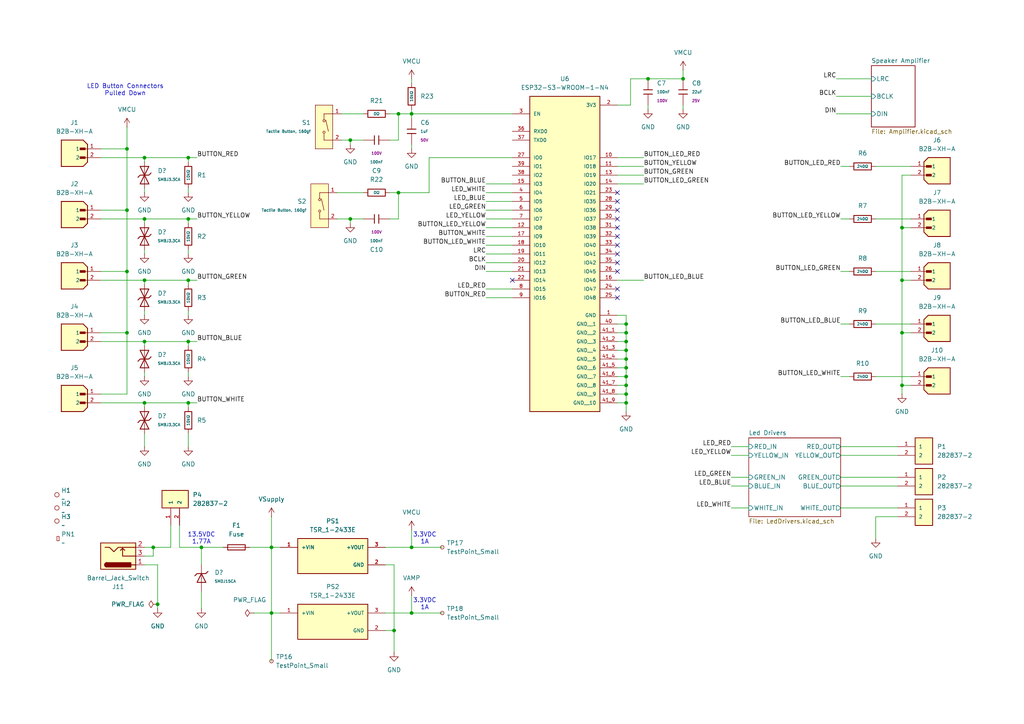
<source format=kicad_sch>
(kicad_sch (version 20250114) (generator "eeschema") (generator_version "9.0")
  (paper "A4")
  (text "3.3VDC\n1A" (at 123.19 156.21 0) (effects (font (size 1.27 1.27))))
  (text "13.5VDC\n1.77A" (at 58.42 156.21 0) (effects (font (size 1.27 1.27))))
  (text "3.3VDC\n1A" (at 123.19 175.26 0) (effects (font (size 1.27 1.27))))
  (text "LED Button Connectors\nPulled Down" (at 36.322 26.162 0) (effects (font (size 1.27 1.27))))
  (junction (at 41.91 116.84))
  (junction (at 36.83 96.52))
  (junction (at 198.12 22.86))
  (junction (at 101.6 40.64))
  (junction (at 261.62 81.28))
  (junction (at 36.83 78.74))
  (junction (at 54.61 116.84))
  (junction (at 181.61 96.52))
  (junction (at 181.61 99.06))
  (junction (at 54.61 81.28))
  (junction (at 41.91 45.72))
  (junction (at 41.91 63.5))
  (junction (at 44.45 158.75))
  (junction (at 181.61 101.6))
  (junction (at 36.83 43.18))
  (junction (at 181.61 109.22))
  (junction (at 261.62 66.04))
  (junction (at 119.38 33.02))
  (junction (at 45.72 175.26))
  (junction (at 41.91 81.28))
  (junction (at 78.74 177.8))
  (junction (at 36.83 60.96))
  (junction (at 119.38 177.8))
  (junction (at 119.38 158.75))
  (junction (at 41.91 99.06))
  (junction (at 54.61 63.5))
  (junction (at 115.57 33.02))
  (junction (at 101.6 63.5))
  (junction (at 78.74 158.75))
  (junction (at 261.62 96.52))
  (junction (at 54.61 99.06))
  (junction (at 181.61 111.76))
  (junction (at 181.61 93.98))
  (junction (at 115.57 55.88))
  (junction (at 181.61 116.84))
  (junction (at 187.96 22.86))
  (junction (at 181.61 114.3))
  (junction (at 58.42 158.75))
  (junction (at 181.61 104.14))
  (junction (at 261.62 111.76))
  (junction (at 181.61 106.68))
  (junction (at 114.3 182.88))
  (junction (at 54.61 45.72))
  (no_connect (at 179.07 86.36))
  (no_connect (at 179.07 55.88))
  (no_connect (at 179.07 76.2))
  (no_connect (at 179.07 78.74))
  (no_connect (at 179.07 66.04))
  (no_connect (at 179.07 83.82))
  (no_connect (at 179.07 68.58))
  (no_connect (at 179.07 58.42))
  (no_connect (at 179.07 71.12))
  (no_connect (at 179.07 73.66))
  (no_connect (at 148.59 81.28))
  (no_connect (at 179.07 63.5))
  (no_connect (at 179.07 60.96))
  (wire (pts (xy 179.07 106.68) (xy 181.61 106.68)))
  (wire (pts (xy 36.83 43.18) (xy 36.83 36.83)))
  (wire (pts (xy 181.61 116.84) (xy 181.61 119.38)))
  (wire (pts (xy 119.38 33.02) (xy 119.38 31.75)))
  (wire (pts (xy 29.21 63.5) (xy 41.91 63.5)))
  (wire (pts (xy 119.38 172.72) (xy 119.38 177.8)))
  (wire (pts (xy 101.6 40.64) (xy 105.41 40.64)))
  (wire (pts (xy 179.07 93.98) (xy 181.61 93.98)))
  (wire (pts (xy 261.62 66.04) (xy 261.62 50.8)))
  (wire (pts (xy 261.62 111.76) (xy 264.16 111.76)))
  (wire (pts (xy 115.57 33.02) (xy 119.38 33.02)))
  (wire (pts (xy 182.88 22.86) (xy 187.96 22.86)))
  (wire (pts (xy 212.09 138.43) (xy 217.17 138.43)))
  (wire (pts (xy 140.97 53.34) (xy 148.59 53.34)))
  (wire (pts (xy 254 149.86) (xy 254 156.21)))
  (wire (pts (xy 243.84 109.22) (xy 246.38 109.22)))
  (wire (pts (xy 148.59 55.88) (xy 140.97 55.88)))
  (wire (pts (xy 119.38 153.67) (xy 119.38 158.75)))
  (wire (pts (xy 181.61 99.06) (xy 181.61 101.6)))
  (wire (pts (xy 78.74 177.8) (xy 78.74 191.77)))
  (wire (pts (xy 41.91 116.84) (xy 54.61 116.84)))
  (wire (pts (xy 242.57 27.94) (xy 252.73 27.94)))
  (wire (pts (xy 49.53 158.75) (xy 49.53 152.4)))
  (wire (pts (xy 260.35 149.86) (xy 254 149.86)))
  (wire (pts (xy 181.61 104.14) (xy 181.61 106.68)))
  (wire (pts (xy 54.61 81.28) (xy 57.15 81.28)))
  (wire (pts (xy 97.79 63.5) (xy 101.6 63.5)))
  (wire (pts (xy 261.62 81.28) (xy 264.16 81.28)))
  (wire (pts (xy 140.97 60.96) (xy 148.59 60.96)))
  (wire (pts (xy 198.12 30.48) (xy 198.12 31.75)))
  (wire (pts (xy 254 48.26) (xy 264.16 48.26)))
  (wire (pts (xy 29.21 78.74) (xy 36.83 78.74)))
  (wire (pts (xy 181.61 96.52) (xy 181.61 99.06)))
  (wire (pts (xy 243.84 63.5) (xy 246.38 63.5)))
  (wire (pts (xy 181.61 114.3) (xy 181.61 116.84)))
  (wire (pts (xy 41.91 63.5) (xy 41.91 64.77)))
  (wire (pts (xy 45.72 175.26) (xy 45.72 176.53)))
  (wire (pts (xy 54.61 99.06) (xy 54.61 100.33)))
  (wire (pts (xy 41.91 45.72) (xy 41.91 46.99)))
  (wire (pts (xy 140.97 86.36) (xy 148.59 86.36)))
  (wire (pts (xy 111.76 158.75) (xy 119.38 158.75)))
  (wire (pts (xy 73.66 177.8) (xy 78.74 177.8)))
  (wire (pts (xy 140.97 63.5) (xy 148.59 63.5)))
  (wire (pts (xy 41.91 107.95) (xy 41.91 109.22)))
  (wire (pts (xy 261.62 81.28) (xy 261.62 96.52)))
  (wire (pts (xy 243.84 147.32) (xy 260.35 147.32)))
  (wire (pts (xy 41.91 90.17) (xy 41.91 91.44)))
  (wire (pts (xy 179.07 104.14) (xy 181.61 104.14)))
  (wire (pts (xy 52.07 158.75) (xy 58.42 158.75)))
  (wire (pts (xy 54.61 99.06) (xy 57.15 99.06)))
  (wire (pts (xy 140.97 78.74) (xy 148.59 78.74)))
  (wire (pts (xy 181.61 91.44) (xy 181.61 93.98)))
  (wire (pts (xy 99.06 33.02) (xy 105.41 33.02)))
  (wire (pts (xy 54.61 45.72) (xy 54.61 46.99)))
  (wire (pts (xy 212.09 132.08) (xy 217.17 132.08)))
  (wire (pts (xy 243.84 78.74) (xy 246.38 78.74)))
  (wire (pts (xy 78.74 177.8) (xy 81.28 177.8)))
  (wire (pts (xy 113.03 63.5) (xy 115.57 63.5)))
  (wire (pts (xy 29.21 116.84) (xy 41.91 116.84)))
  (wire (pts (xy 58.42 158.75) (xy 58.42 163.83)))
  (wire (pts (xy 29.21 81.28) (xy 41.91 81.28)))
  (wire (pts (xy 54.61 125.73) (xy 54.61 129.54)))
  (wire (pts (xy 54.61 72.39) (xy 54.61 73.66)))
  (wire (pts (xy 101.6 63.5) (xy 101.6 64.77)))
  (wire (pts (xy 243.84 140.97) (xy 260.35 140.97)))
  (wire (pts (xy 119.38 177.8) (xy 128.27 177.8)))
  (wire (pts (xy 198.12 20.32) (xy 198.12 22.86)))
  (wire (pts (xy 140.97 73.66) (xy 148.59 73.66)))
  (wire (pts (xy 179.07 116.84) (xy 181.61 116.84)))
  (wire (pts (xy 113.03 55.88) (xy 115.57 55.88)))
  (wire (pts (xy 54.61 90.17) (xy 54.61 91.44)))
  (wire (pts (xy 113.03 33.02) (xy 115.57 33.02)))
  (wire (pts (xy 44.45 158.75) (xy 49.53 158.75)))
  (wire (pts (xy 124.46 55.88) (xy 124.46 45.72)))
  (wire (pts (xy 243.84 93.98) (xy 246.38 93.98)))
  (wire (pts (xy 179.07 81.28) (xy 186.69 81.28)))
  (wire (pts (xy 254 109.22) (xy 264.16 109.22)))
  (wire (pts (xy 179.07 96.52) (xy 181.61 96.52)))
  (wire (pts (xy 36.83 78.74) (xy 36.83 96.52)))
  (wire (pts (xy 261.62 50.8) (xy 264.16 50.8)))
  (wire (pts (xy 179.07 48.26) (xy 186.69 48.26)))
  (wire (pts (xy 261.62 96.52) (xy 261.62 111.76)))
  (wire (pts (xy 261.62 114.3) (xy 261.62 111.76)))
  (wire (pts (xy 52.07 158.75) (xy 52.07 152.4)))
  (wire (pts (xy 243.84 48.26) (xy 246.38 48.26)))
  (wire (pts (xy 72.39 158.75) (xy 78.74 158.75)))
  (wire (pts (xy 179.07 91.44) (xy 181.61 91.44)))
  (wire (pts (xy 119.38 33.02) (xy 148.59 33.02)))
  (wire (pts (xy 181.61 111.76) (xy 181.61 114.3)))
  (wire (pts (xy 179.07 109.22) (xy 181.61 109.22)))
  (wire (pts (xy 181.61 101.6) (xy 181.61 104.14)))
  (wire (pts (xy 41.91 163.83) (xy 45.72 163.83)))
  (wire (pts (xy 179.07 114.3) (xy 181.61 114.3)))
  (wire (pts (xy 242.57 33.02) (xy 252.73 33.02)))
  (wire (pts (xy 179.07 53.34) (xy 186.69 53.34)))
  (wire (pts (xy 44.45 161.29) (xy 44.45 158.75)))
  (wire (pts (xy 78.74 158.75) (xy 81.28 158.75)))
  (wire (pts (xy 41.91 158.75) (xy 44.45 158.75)))
  (wire (pts (xy 54.61 63.5) (xy 57.15 63.5)))
  (wire (pts (xy 99.06 40.64) (xy 101.6 40.64)))
  (wire (pts (xy 54.61 45.72) (xy 57.15 45.72)))
  (wire (pts (xy 101.6 63.5) (xy 105.41 63.5)))
  (wire (pts (xy 119.38 22.86) (xy 119.38 24.13)))
  (wire (pts (xy 29.21 43.18) (xy 36.83 43.18)))
  (wire (pts (xy 29.21 45.72) (xy 41.91 45.72)))
  (wire (pts (xy 78.74 149.86) (xy 78.74 158.75)))
  (wire (pts (xy 41.91 81.28) (xy 41.91 82.55)))
  (wire (pts (xy 261.62 96.52) (xy 264.16 96.52)))
  (wire (pts (xy 182.88 22.86) (xy 182.88 30.48)))
  (wire (pts (xy 54.61 63.5) (xy 54.61 64.77)))
  (wire (pts (xy 119.38 41.91) (xy 119.38 43.18)))
  (wire (pts (xy 41.91 125.73) (xy 41.91 129.54)))
  (wire (pts (xy 36.83 43.18) (xy 36.83 60.96)))
  (wire (pts (xy 140.97 66.04) (xy 148.59 66.04)))
  (wire (pts (xy 58.42 171.45) (xy 58.42 176.53)))
  (wire (pts (xy 78.74 158.75) (xy 78.74 177.8)))
  (wire (pts (xy 261.62 81.28) (xy 261.62 66.04)))
  (wire (pts (xy 41.91 72.39) (xy 41.91 73.66)))
  (wire (pts (xy 114.3 163.83) (xy 111.76 163.83)))
  (wire (pts (xy 54.61 55.88) (xy 54.61 54.61)))
  (wire (pts (xy 111.76 182.88) (xy 114.3 182.88)))
  (wire (pts (xy 41.91 54.61) (xy 41.91 55.88)))
  (wire (pts (xy 140.97 76.2) (xy 148.59 76.2)))
  (wire (pts (xy 41.91 99.06) (xy 54.61 99.06)))
  (wire (pts (xy 212.09 147.32) (xy 217.17 147.32)))
  (wire (pts (xy 243.84 132.08) (xy 260.35 132.08)))
  (wire (pts (xy 212.09 129.54) (xy 217.17 129.54)))
  (wire (pts (xy 243.84 129.54) (xy 260.35 129.54)))
  (wire (pts (xy 41.91 116.84) (xy 41.91 118.11)))
  (wire (pts (xy 29.21 60.96) (xy 36.83 60.96)))
  (wire (pts (xy 29.21 96.52) (xy 36.83 96.52)))
  (wire (pts (xy 182.88 30.48) (xy 179.07 30.48)))
  (wire (pts (xy 179.07 99.06) (xy 181.61 99.06)))
  (wire (pts (xy 261.62 66.04) (xy 264.16 66.04)))
  (wire (pts (xy 114.3 182.88) (xy 114.3 189.23)))
  (wire (pts (xy 254 63.5) (xy 264.16 63.5)))
  (wire (pts (xy 115.57 63.5) (xy 115.57 55.88)))
  (wire (pts (xy 140.97 71.12) (xy 148.59 71.12)))
  (wire (pts (xy 29.21 99.06) (xy 41.91 99.06)))
  (wire (pts (xy 242.57 22.86) (xy 252.73 22.86)))
  (wire (pts (xy 36.83 96.52) (xy 36.83 114.3)))
  (wire (pts (xy 212.09 140.97) (xy 217.17 140.97)))
  (wire (pts (xy 124.46 45.72) (xy 148.59 45.72)))
  (wire (pts (xy 41.91 63.5) (xy 54.61 63.5)))
  (wire (pts (xy 54.61 116.84) (xy 54.61 118.11)))
  (wire (pts (xy 54.61 116.84) (xy 57.15 116.84)))
  (wire (pts (xy 115.57 55.88) (xy 124.46 55.88)))
  (wire (pts (xy 119.38 34.29) (xy 119.38 33.02)))
  (wire (pts (xy 187.96 30.48) (xy 187.96 31.75)))
  (wire (pts (xy 181.61 93.98) (xy 181.61 96.52)))
  (wire (pts (xy 41.91 99.06) (xy 41.91 100.33)))
  (wire (pts (xy 54.61 81.28) (xy 54.61 82.55)))
  (wire (pts (xy 101.6 40.64) (xy 101.6 41.91)))
  (wire (pts (xy 140.97 58.42) (xy 148.59 58.42)))
  (wire (pts (xy 179.07 50.8) (xy 186.69 50.8)))
  (wire (pts (xy 254 93.98) (xy 264.16 93.98)))
  (wire (pts (xy 97.79 55.88) (xy 105.41 55.88)))
  (wire (pts (xy 29.21 114.3) (xy 36.83 114.3)))
  (wire (pts (xy 54.61 109.22) (xy 54.61 107.95)))
  (wire (pts (xy 41.91 161.29) (xy 44.45 161.29)))
  (wire (pts (xy 115.57 40.64) (xy 115.57 33.02)))
  (wire (pts (xy 111.76 177.8) (xy 119.38 177.8)))
  (wire (pts (xy 36.83 60.96) (xy 36.83 78.74)))
  (wire (pts (xy 113.03 40.64) (xy 115.57 40.64)))
  (wire (pts (xy 179.07 111.76) (xy 181.61 111.76)))
  (wire (pts (xy 243.84 138.43) (xy 260.35 138.43)))
  (wire (pts (xy 41.91 81.28) (xy 54.61 81.28)))
  (wire (pts (xy 41.91 45.72) (xy 54.61 45.72)))
  (wire (pts (xy 181.61 109.22) (xy 181.61 111.76)))
  (wire (pts (xy 114.3 163.83) (xy 114.3 182.88)))
  (wire (pts (xy 140.97 68.58) (xy 148.59 68.58)))
  (wire (pts (xy 58.42 158.75) (xy 64.77 158.75)))
  (wire (pts (xy 45.72 163.83) (xy 45.72 175.26)))
  (wire (pts (xy 179.07 45.72) (xy 186.69 45.72)))
  (wire (pts (xy 179.07 101.6) (xy 181.61 101.6)))
  (wire (pts (xy 181.61 106.68) (xy 181.61 109.22)))
  (wire (pts (xy 254 78.74) (xy 264.16 78.74)))
  (wire (pts (xy 187.96 22.86) (xy 198.12 22.86)))
  (wire (pts (xy 140.97 83.82) (xy 148.59 83.82)))
  (wire (pts (xy 119.38 158.75) (xy 128.27 158.75)))
  (label "BCLK" (at 242.57 27.94 180))
  (label "BUTTON_BLUE" (at 140.97 53.34 180))
  (label "BUTTON_RED" (at 140.97 86.36 180))
  (label "LED_YELLOW" (at 212.09 132.08 180))
  (label "BUTTON_LED_WHITE" (at 140.97 71.12 180))
  (label "BUTTON_LED_BLUE" (at 186.69 81.28 0))
  (label "LED_GREEN" (at 212.09 138.43 180))
  (label "LED_RED" (at 212.09 129.54 180))
  (label "LED_YELLOW" (at 140.97 63.5 180))
  (label "BUTTON_LED_YELLOW" (at 243.84 63.5 180))
  (label "BUTTON_YELLOW" (at 186.69 48.26 0))
  (label "LED_WHITE" (at 212.09 147.32 180))
  (label "LED_BLUE" (at 140.97 58.42 180))
  (label "BUTTON_LED_GREEN" (at 186.69 53.34 0))
  (label "BUTTON_LED_RED" (at 186.69 45.72 0))
  (label "BUTTON_YELLOW" (at 57.15 63.5 0))
  (label "BUTTON_WHITE" (at 57.15 116.84 0))
  (label "BUTTON_GREEN" (at 186.69 50.8 0))
  (label "LRC" (at 242.57 22.86 180))
  (label "LED_WHITE" (at 140.97 55.88 180))
  (label "BUTTON_LED_WHITE" (at 243.84 109.22 180))
  (label "BCLK" (at 140.97 76.2 180))
  (label "LRC" (at 140.97 73.66 180))
  (label "BUTTON_LED_BLUE" (at 243.84 93.98 180))
  (label "DIN" (at 140.97 78.74 180))
  (label "BUTTON_RED" (at 57.15 45.72 0))
  (label "BUTTON_GREEN" (at 57.15 81.28 0))
  (label "BUTTON_LED_GREEN" (at 243.84 78.74 180))
  (label "LED_GREEN" (at 140.97 60.96 180))
  (label "LED_BLUE" (at 212.09 140.97 180))
  (label "BUTTON_BLUE" (at 57.15 99.06 0))
  (label "DIN" (at 242.57 33.02 180))
  (label "BUTTON_WHITE" (at 140.97 68.58 180))
  (label "LED_RED" (at 140.97 83.82 180))
  (label "BUTTON_LED_RED" (at 243.84 48.26 180))
  (label "BUTTON_LED_YELLOW" (at 140.97 66.04 180))
  (symbol (lib_id "PCM_JLCPCB-Resistors:0805,240Ω") (at 250.19 78.74 90) (unit 1)
    (property "Reference" "R8" (at 250.19 74.93 90))
    (property "Value" "240Ω" (at 250.19 78.74 90) (effects (font (size 0.8 0.8))))
    (property "Footprint" "PCM_JLCPCB:R_0805" (effects (hide yes)))
    (property "Datasheet" "https://www.lcsc.com/datasheet/lcsc_datasheet_2206010200_UNI-ROYAL-Uniroyal-Elec-0805W8F2400T5E_C17572.pdf" (effects (hide yes)))
    (property "Description" "125mW Thick Film Resistors 150V ±100ppm/°C ±1% 240Ω 0805 Chip Resistor - Surface Mount ROHS" (effects (hide yes)))
    (property "LCSC" "C17572" (effects (hide yes)))
    (property "Stock" "474310" (effects (hide yes)))
    (property "Price" "0.005USD" (effects (hide yes)))
    (property "Process" "SMT" (effects (hide yes)))
    (property "Minimum Qty" "20" (effects (hide yes)))
    (property "Attrition Qty" "10" (effects (hide yes)))
    (property "Class" "Preferred Component" (effects (hide yes)))
    (property "Category" "Resistors,Chip Resistor - Surface Mount" (effects (hide yes)))
    (property "Manufacturer" "UNI-ROYAL(Uniroyal Elec)" (effects (hide yes)))
    (property "Part" "0805W8F2400T5E" (effects (hide yes)))
    (property "Resistance" "240Ω" (effects (hide yes)))
    (property "Power(Watts)" "125mW" (effects (hide yes)))
    (property "Type" "Thick Film Resistors" (effects (hide yes)))
    (property "Overload Voltage (Max)" "150V" (effects (hide yes)))
    (property "Operating Temperature Range" "-55°C~+155°C" (effects (hide yes)))
    (property "Tolerance" "±1%" (effects (hide yes)))
    (property "Temperature Coefficient" "±100ppm/°C" (effects (hide yes)))
  )
  (symbol (lib_id "power:GND") (at 101.6 64.77 0) (unit 1)
    (property "Reference" "#PWR022" (effects (hide yes)))
    (property "Value" "GND" (at 101.6 69.85 0))
    (property "Description" "Power symbol creates a global label with name \"GND\" , ground" (effects (hide yes)))
  )
  (symbol (lib_id "power:VCC") (at 119.38 22.86 0) (unit 1)
    (property "Reference" "#PWR09" (effects (hide yes)))
    (property "Value" "VMCU" (at 119.38 17.78 0))
    (property "Description" "Power symbol creates a global label with name \"VCC\"" (effects (hide yes)))
  )
  (symbol (lib_id "power:GND") (at 187.96 31.75 0) (unit 1)
    (property "Reference" "#PWR019" (effects (hide yes)))
    (property "Value" "GND" (at 187.96 36.83 0))
    (property "Description" "Power symbol creates a global label with name \"GND\" , ground" (effects (hide yes)))
  )
  (symbol (lib_id "Project_symbols:282837-2") (at 267.97 138.43 0) (unit 1)
    (property "Reference" "P2" (at 271.78 138.4299 0) (effects (justify left)))
    (property "Value" "282837-2" (at 271.78 140.9699 0) (effects (justify left)))
    (property "Footprint" "Project_footprints:TE_282837-2" (effects (hide yes)))
    (property "Description" "TERMINAL BLOCK 3.5MM 2POS PCB" (effects (hide yes)))
    (property "MF" "On Shore" (effects (hide yes)))
    (property "PACKAGE" "None" (effects (hide yes)))
    (property "PRICE" "0.28 USD" (effects (hide yes)))
    (property "PARTREV" "G3" (effects (hide yes)))
    (property "MP" "OSTTE020104" (effects (hide yes)))
    (property "AVAILABILITY" "Good" (effects (hide yes)))
  )
  (symbol (lib_name "TSR_1-2433E_1") (lib_id "Project_symbols:TSR_1-2433E") (at 96.52 161.29 0) (unit 1)
    (property "Reference" "PS1" (at 96.52 151.13 0))
    (property "Value" "TSR_1-2433E" (at 96.52 153.67 0))
    (property "Footprint" "Project_footprints:CONV_TSR_1-2433E" (effects (hide yes)))
    (property "PARTREV" "May 25, 2020" (effects (hide yes)))
    (property "MANUFACTURER" "Traco Power" (effects (hide yes)))
    (property "MAXIMUM_PACKAGE_HEIGHT" "10.2mm" (effects (hide yes)))
    (property "STANDARD" "Manufacturer Recommendations" (effects (hide yes)))
  )
  (symbol (lib_id "Device:Fuse") (at 68.58 158.75 90) (unit 1)
    (property "Reference" "F1" (at 68.58 152.4 90))
    (property "Value" "Fuse" (at 68.58 154.94 90))
    (property "Footprint" "Fuse:Fuseholder_Clip-5x20mm_Littelfuse_111_Lateral_P18.80x5.00mm_D1.17mm_Horizontal" (effects (hide yes)))
    (property "Description" "Fuse" (effects (hide yes)))
  )
  (symbol (lib_id "power:GND") (at 261.62 114.3 0) (unit 1)
    (property "Reference" "#PWR021" (effects (hide yes)))
    (property "Value" "GND" (at 261.62 119.38 0))
    (property "Description" "Power symbol creates a global label with name \"GND\" , ground" (effects (hide yes)))
  )
  (symbol (lib_id "Project_symbols:B2B-XH-A") (at 271.78 81.28 0) (unit 1)
    (property "Reference" "J8" (at 271.78 71.12 0))
    (property "Value" "B2B-XH-A" (at 271.78 73.66 0))
    (property "Footprint" "Project_footprints:JST_B2B-XH-A" (effects (hide yes)))
    (property "PARTREV" "N/A" (effects (hide yes)))
    (property "STANDARD" "Manufacturer Recommendations" (effects (hide yes)))
    (property "MAXIMUM_PACKAGE_HEIGHT" "7 mm" (effects (hide yes)))
    (property "MANUFACTURER" "JST Sales America Inc." (effects (hide yes)))
  )
  (symbol (lib_id "PCM_JLCPCB-Resistors:0805,10kΩ") (at 54.61 121.92 180) (unit 1)
    (property "Reference" "R5" (at 57.15 121.9199 0) (effects (justify right)))
    (property "Value" "10kΩ" (at 54.61 121.92 90) (effects (font (size 0.8 0.8))))
    (property "Footprint" "PCM_JLCPCB:R_0805" (effects (hide yes)))
    (property "Datasheet" "https://www.lcsc.com/datasheet/lcsc_datasheet_2411221126_UNI-ROYAL-Uniroyal-Elec-0805W8F1002T5E_C17414.pdf" (effects (hide yes)))
    (property "Description" "125mW Thick Film Resistors 150V ±100ppm/°C ±1% 10kΩ 0805 Chip Resistor - Surface Mount ROHS" (effects (hide yes)))
    (property "LCSC" "C17414" (effects (hide yes)))
    (property "Stock" "12301172" (effects (hide yes)))
    (property "Price" "0.005USD" (effects (hide yes)))
    (property "Process" "SMT" (effects (hide yes)))
    (property "Minimum Qty" "20" (effects (hide yes)))
    (property "Attrition Qty" "10" (effects (hide yes)))
    (property "Class" "Basic Component" (effects (hide yes)))
    (property "Category" "Resistors,Chip Resistor - Surface Mount" (effects (hide yes)))
    (property "Manufacturer" "UNI-ROYAL(Uniroyal Elec)" (effects (hide yes)))
    (property "Part" "0805W8F1002T5E" (effects (hide yes)))
    (property "Resistance" "10kΩ" (effects (hide yes)))
    (property "Power(Watts)" "125mW" (effects (hide yes)))
    (property "Type" "Thick Film Resistors" (effects (hide yes)))
    (property "Overload Voltage (Max)" "150V" (effects (hide yes)))
    (property "Operating Temperature Range" "-55°C~+155°C" (effects (hide yes)))
    (property "Tolerance" "±1%" (effects (hide yes)))
    (property "Temperature Coefficient" "±100ppm/°C" (effects (hide yes)))
  )
  (symbol (lib_id "Project_symbols:282837-2") (at 49.53 144.78 90) (unit 1)
    (property "Reference" "P4" (at 55.88 143.5099 90) (effects (justify right)))
    (property "Value" "282837-2" (at 55.88 146.0499 90) (effects (justify right)))
    (property "Footprint" "Project_footprints:TE_282837-2" (effects (hide yes)))
    (property "Description" "TERMINAL BLOCK 3.5MM 2POS PCB" (effects (hide yes)))
    (property "MF" "On Shore" (effects (hide yes)))
    (property "PACKAGE" "None" (effects (hide yes)))
    (property "PRICE" "0.28 USD" (effects (hide yes)))
    (property "PARTREV" "G3" (effects (hide yes)))
    (property "MP" "OSTTE020104" (effects (hide yes)))
    (property "AVAILABILITY" "Good" (effects (hide yes)))
  )
  (symbol (lib_id "power:GND") (at 114.3 189.23 0) (unit 1)
    (property "Reference" "#PWR05" (effects (hide yes)))
    (property "Value" "GND" (at 114.3 194.31 0))
    (property "Description" "Power symbol creates a global label with name \"GND\" , ground" (effects (hide yes)))
  )
  (symbol (lib_id "power:PWR_FLAG") (at 73.66 177.8 90) (unit 1)
    (property "Reference" "#FLG01" (effects (hide yes)))
    (property "Value" "PWR_FLAG" (at 72.39 173.99 90))
    (property "Description" "Special symbol for telling ERC where power comes from" (effects (hide yes)))
  )
  (symbol (lib_id "Project_symbols:B2B-XH-A") (at 21.59 116.84 0) (mirror y) (unit 1)
    (property "Reference" "J5" (at 21.59 106.68 0))
    (property "Value" "B2B-XH-A" (at 21.59 109.22 0))
    (property "Footprint" "Project_footprints:JST_B2B-XH-A" (effects (hide yes)))
    (property "PARTREV" "N/A" (effects (hide yes)))
    (property "STANDARD" "Manufacturer Recommendations" (effects (hide yes)))
    (property "MAXIMUM_PACKAGE_HEIGHT" "7 mm" (effects (hide yes)))
    (property "MANUFACTURER" "JST Sales America Inc." (effects (hide yes)))
  )
  (symbol (lib_id "power:VCC") (at 78.74 149.86 0) (unit 1)
    (property "Reference" "#PWR03" (effects (hide yes)))
    (property "Value" "VSupply" (at 78.74 144.78 0))
    (property "Description" "Power symbol creates a global label with name \"VCC\"" (effects (hide yes)))
  )
  (symbol (lib_id "power:VCC") (at 198.12 20.32 0) (unit 1)
    (property "Reference" "#PWR010" (effects (hide yes)))
    (property "Value" "VMCU" (at 198.12 15.24 0))
    (property "Description" "Power symbol creates a global label with name \"VCC\"" (effects (hide yes)))
  )
  (symbol (lib_id "power:GND") (at 41.91 109.22 0) (unit 1)
    (property "Reference" "#PWR026" (effects (hide yes)))
    (property "Value" "GND" (at 41.91 114.3 0))
    (property "Description" "Power symbol creates a global label with name \"GND\" , ground" (effects (hide yes)))
  )
  (symbol (lib_id "power:GND") (at 54.61 55.88 0) (unit 1)
    (property "Reference" "#PWR033" (effects (hide yes)))
    (property "Value" "GND" (at 54.61 60.96 0))
    (property "Description" "Power symbol creates a global label with name \"GND\" , ground" (effects (hide yes)))
  )
  (symbol (lib_id "power:GND") (at 54.61 129.54 0) (unit 1)
    (property "Reference" "#PWR012" (effects (hide yes)))
    (property "Value" "GND" (at 54.61 134.62 0))
    (property "Description" "Power symbol creates a global label with name \"GND\" , ground" (effects (hide yes)))
  )
  (symbol (lib_id "PCM_JLCPCB-Resistors:0805,0Ω") (at 109.22 33.02 90) (unit 1)
    (property "Reference" "R21" (at 109.22 29.21 90))
    (property "Value" "0Ω" (at 109.22 33.02 90) (effects (font (size 0.8 0.8))))
    (property "Footprint" "PCM_JLCPCB:R_0805" (effects (hide yes)))
    (property "Datasheet" "https://www.lcsc.com/datasheet/lcsc_datasheet_2206010216_UNI-ROYAL-Uniroyal-Elec-0805W8F0000T5E_C17477.pdf" (effects (hide yes)))
    (property "Description" "125mW Thick Film Resistors 150V ±800ppm/°C ±1% 0Ω 0805 Chip Resistor - Surface Mount ROHS" (effects (hide yes)))
    (property "LCSC" "C17477" (effects (hide yes)))
    (property "Stock" "7792489" (effects (hide yes)))
    (property "Price" "0.005USD" (effects (hide yes)))
    (property "Process" "SMT" (effects (hide yes)))
    (property "Minimum Qty" "20" (effects (hide yes)))
    (property "Attrition Qty" "10" (effects (hide yes)))
    (property "Class" "Basic Component" (effects (hide yes)))
    (property "Category" "Resistors,Chip Resistor - Surface Mount" (effects (hide yes)))
    (property "Manufacturer" "UNI-ROYAL(Uniroyal Elec)" (effects (hide yes)))
    (property "Part" "0805W8F0000T5E" (effects (hide yes)))
    (property "Resistance" "0Ω" (effects (hide yes)))
    (property "Power(Watts)" "125mW" (effects (hide yes)))
    (property "Type" "Thick Film Resistors" (effects (hide yes)))
    (property "Overload Voltage (Max)" "150V" (effects (hide yes)))
    (property "Operating Temperature Range" "-55°C~+155°C" (effects (hide yes)))
    (property "Tolerance" "±1%" (effects (hide yes)))
    (property "Temperature Coefficient" "±800ppm/°C" (effects (hide yes)))
  )
  (symbol (lib_id "power:GND") (at 41.91 73.66 0) (unit 1)
    (property "Reference" "#PWR030" (effects (hide yes)))
    (property "Value" "GND" (at 41.91 78.74 0))
    (property "Description" "Power symbol creates a global label with name \"GND\" , ground" (effects (hide yes)))
  )
  (symbol (lib_id "power:GND") (at 54.61 91.44 0) (unit 1)
    (property "Reference" "#PWR029" (effects (hide yes)))
    (property "Value" "GND" (at 54.61 96.52 0))
    (property "Description" "Power symbol creates a global label with name \"GND\" , ground" (effects (hide yes)))
  )
  (symbol (lib_id "PCM_JLCPCB-Diodes:TVS-Bi,SMBJ3.3CA") (at 41.91 68.58 0) (unit 1)
    (property "Reference" "D?" (at 45.72 67.3099 0) (effects (justify left)))
    (property "Value" "SMBJ3.3CA" (at 45.72 69.85 0) (effects (font (size 0.8 0.8)) (justify left)))
    (property "Footprint" "PCM_JLCPCB:D_SMB" (effects (hide yes)))
    (property "Datasheet" "https://wmsc.lcsc.com/wmsc/upload/file/pdf/v2/lcsc/2312280935_hongjiacheng-SMBJ3-3CA_C19077557.pdf" (effects (hide yes)))
    (property "Description" "75A 600W 8V 6.5V Bidirectional 3.3V SMB ESD and Surge Protection (TVS/ESD) ROHS" (effects (hide yes)))
    (property "LCSC" "C19077557" (effects (hide yes)))
    (property "Stock" "47919" (effects (hide yes)))
    (property "Price" "0.125USD" (effects (hide yes)))
    (property "Process" "SMT" (effects (hide yes)))
    (property "Minimum Qty" "5" (effects (hide yes)))
    (property "Attrition Qty" "2" (effects (hide yes)))
    (property "Class" "Preferred Component" (effects (hide yes)))
    (property "Category" "TVS/Fuse/Board Level Protection,Electrostatic And Surge Protection (TVS/ESD)" (effects (hide yes)))
    (property "Manufacturer" "hongjiacheng" (effects (hide yes)))
    (property "Part" "SMBJ3.3CA" (effects (hide yes)))
  )
  (symbol (lib_id "Project_symbols:B2B-XH-A") (at 21.59 45.72 0) (mirror y) (unit 1)
    (property "Reference" "J1" (at 21.59 35.56 0))
    (property "Value" "B2B-XH-A" (at 21.59 38.1 0))
    (property "Footprint" "Project_footprints:JST_B2B-XH-A" (effects (hide yes)))
    (property "PARTREV" "N/A" (effects (hide yes)))
    (property "STANDARD" "Manufacturer Recommendations" (effects (hide yes)))
    (property "MAXIMUM_PACKAGE_HEIGHT" "7 mm" (effects (hide yes)))
    (property "MANUFACTURER" "JST Sales America Inc." (effects (hide yes)))
  )
  (symbol (lib_id "power:GND") (at 54.61 109.22 0) (unit 1)
    (property "Reference" "#PWR027" (effects (hide yes)))
    (property "Value" "GND" (at 54.61 114.3 0))
    (property "Description" "Power symbol creates a global label with name \"GND\" , ground" (effects (hide yes)))
  )
  (symbol (lib_id "PCM_JLCPCB-Capacitors:0805,100nF") (at 187.96 26.67 0) (unit 1)
    (property "Reference" "C7" (at 190.5 24.1299 0) (effects (justify left)))
    (property "Value" "100nF" (at 190.5 26.67 0) (effects (font (size 0.8 0.8)) (justify left)))
    (property "Footprint" "PCM_JLCPCB:C_0805" (effects (hide yes)))
    (property "Datasheet" "https://www.lcsc.com/datasheet/lcsc_datasheet_2304140030_Samsung-Electro-Mechanics-CL21B104KCFNNNE_C28233.pdf" (effects (hide yes)))
    (property "Description" "100V 100nF X7R ±10% 0805 Multilayer Ceramic Capacitors MLCC - SMD/SMT ROHS" (effects (hide yes)))
    (property "LCSC" "C28233" (effects (hide yes)))
    (property "Stock" "1168020" (effects (hide yes)))
    (property "Price" "0.009USD" (effects (hide yes)))
    (property "Process" "SMT" (effects (hide yes)))
    (property "Minimum Qty" "20" (effects (hide yes)))
    (property "Attrition Qty" "10" (effects (hide yes)))
    (property "Class" "Basic Component" (effects (hide yes)))
    (property "Category" "Capacitors,Multilayer Ceramic Capacitors MLCC - SMD/SMT" (effects (hide yes)))
    (property "Manufacturer" "Samsung Electro-Mechanics" (effects (hide yes)))
    (property "Part" "CL21B104KCFNNNE" (effects (hide yes)))
    (property "Voltage Rated" "100V" (at 190.5 29.21 0) (effects (font (size 0.8 0.8)) (justify left)))
    (property "Tolerance" "±10%" (effects (hide yes)))
    (property "Capacitance" "100nF" (effects (hide yes)))
    (property "Temperature Coefficient" "X7R" (effects (hide yes)))
  )
  (symbol (lib_id "Connector:TestPoint_Small") (at 128.27 177.8 0) (unit 1)
    (property "Reference" "TP18" (at 129.54 176.5299 0) (effects (justify left)))
    (property "Value" "TestPoint_Small" (at 129.54 179.0699 0) (effects (justify left)))
    (property "Description" "test point" (effects (hide yes)))
  )
  (symbol (lib_id "power:GND") (at 254 156.21 0) (unit 1)
    (property "Reference" "#PWR01" (effects (hide yes)))
    (property "Value" "GND" (at 254 161.29 0))
    (property "Description" "Power symbol creates a global label with name \"GND\" , ground" (effects (hide yes)))
  )
  (symbol (lib_id "Project_symbols:ESP32-S3-WROOM-1-N4") (at 163.83 60.96 0) (unit 1)
    (property "Reference" "U6" (at 163.83 22.86 0))
    (property "Value" "ESP32-S3-WROOM-1-N4" (at 163.83 25.4 0))
    (property "Footprint" "Project_footprints:XCVR_ESP32-S3-WROOM-1-N4" (effects (hide yes)))
    (property "PARTREV" "v1.0" (effects (hide yes)))
    (property "MANUFACTURER" "Espressif" (effects (hide yes)))
    (property "MAXIMUM_PACKAGE_HEIGHT" "3.25mm" (effects (hide yes)))
    (property "STANDARD" "Manufacturer Recommendations" (effects (hide yes)))
  )
  (symbol (lib_id "PCM_JLCPCB-Manufacturing:Tooling Hole, PCM_JLCPCB, 1.152mm") (at 16.51 147.32 0) (unit 1)
    (property "Reference" "H2" (at 17.78 146.0499 0) (effects (justify left)))
    (property "Value" "~" (at 17.78 148.5899 0) (effects (justify left)))
    (property "Footprint" "PCM_JLCPCB:Hole_Tooling_JLCPCB" (effects (hide yes)))
    (property "Datasheet" "https://jlcpcb.com/help/article/How-to-add-tooling-holes-for-PCB-assembly-order" (effects (hide yes)))
    (property "Description" "1. Two or three tooling holes should be added on the PCB, they should be placed in opposite corners of the PCB and as far apart from one another as practical. 2. Tooling holes should be 1.152mm(45.4mil) round non-plated holes with 0.148mm solder mask expansion. 3. Tooling holes are only required for PCB assembly orders. 4. Please try to add tooling holes on empty space and keep them away from traces. If there is no enough room, you can add them to the copper area." (effects (hide yes)))
  )
  (symbol (lib_id "PCM_JLCPCB-Capacitors:0805,100nF") (at 109.22 63.5 90) (mirror x) (unit 1)
    (property "Reference" "C10" (at 109.22 72.39 90))
    (property "Value" "100nF" (at 109.22 69.85 90) (effects (font (size 0.8 0.8))))
    (property "Footprint" "PCM_JLCPCB:C_0805" (effects (hide yes)))
    (property "Datasheet" "https://www.lcsc.com/datasheet/lcsc_datasheet_2304140030_Samsung-Electro-Mechanics-CL21B104KCFNNNE_C28233.pdf" (effects (hide yes)))
    (property "Description" "100V 100nF X7R ±10% 0805 Multilayer Ceramic Capacitors MLCC - SMD/SMT ROHS" (effects (hide yes)))
    (property "LCSC" "C28233" (effects (hide yes)))
    (property "Stock" "1168020" (effects (hide yes)))
    (property "Price" "0.009USD" (effects (hide yes)))
    (property "Process" "SMT" (effects (hide yes)))
    (property "Minimum Qty" "20" (effects (hide yes)))
    (property "Attrition Qty" "10" (effects (hide yes)))
    (property "Class" "Basic Component" (effects (hide yes)))
    (property "Category" "Capacitors,Multilayer Ceramic Capacitors MLCC - SMD/SMT" (effects (hide yes)))
    (property "Manufacturer" "Samsung Electro-Mechanics" (effects (hide yes)))
    (property "Part" "CL21B104KCFNNNE" (effects (hide yes)))
    (property "Voltage Rated" "100V" (at 109.22 67.31 90) (effects (font (size 0.8 0.8))))
    (property "Tolerance" "±10%" (effects (hide yes)))
    (property "Capacitance" "100nF" (effects (hide yes)))
    (property "Temperature Coefficient" "X7R" (effects (hide yes)))
  )
  (symbol (lib_id "PCM_JLCPCB-Capacitors:0805,1uF") (at 119.38 38.1 0) (unit 1)
    (property "Reference" "C6" (at 121.92 35.5599 0) (effects (justify left)))
    (property "Value" "1uF" (at 121.92 38.1 0) (effects (font (size 0.8 0.8)) (justify left)))
    (property "Footprint" "PCM_JLCPCB:C_0805" (effects (hide yes)))
    (property "Datasheet" "https://www.lcsc.com/datasheet/lcsc_datasheet_2304140030_Samsung-Electro-Mechanics-CL21B105KBFNNNE_C28323.pdf" (effects (hide yes)))
    (property "Description" "50V 1uF X7R ±10% 0805 Multilayer Ceramic Capacitors MLCC - SMD/SMT ROHS" (effects (hide yes)))
    (property "LCSC" "C28323" (effects (hide yes)))
    (property "Stock" "4334256" (effects (hide yes)))
    (property "Price" "0.012USD" (effects (hide yes)))
    (property "Process" "SMT" (effects (hide yes)))
    (property "Minimum Qty" "20" (effects (hide yes)))
    (property "Attrition Qty" "10" (effects (hide yes)))
    (property "Class" "Basic Component" (effects (hide yes)))
    (property "Category" "Capacitors,Multilayer Ceramic Capacitors MLCC - SMD/SMT" (effects (hide yes)))
    (property "Manufacturer" "Samsung Electro-Mechanics" (effects (hide yes)))
    (property "Part" "CL21B105KBFNNNE" (effects (hide yes)))
    (property "Voltage Rated" "50V" (at 121.92 40.64 0) (effects (font (size 0.8 0.8)) (justify left)))
    (property "Tolerance" "±10%" (effects (hide yes)))
    (property "Capacitance" "1uF" (effects (hide yes)))
    (property "Temperature Coefficient" "X7R" (effects (hide yes)))
  )
  (symbol (lib_id "power:GND") (at 45.72 176.53 0) (unit 1)
    (property "Reference" "#PWR02" (effects (hide yes)))
    (property "Value" "GND" (at 45.72 181.61 0))
    (property "Description" "Power symbol creates a global label with name \"GND\" , ground" (effects (hide yes)))
  )
  (symbol (lib_id "power:GND") (at 119.38 43.18 0) (unit 1)
    (property "Reference" "#PWR018" (effects (hide yes)))
    (property "Value" "GND" (at 119.38 48.26 0))
    (property "Description" "Power symbol creates a global label with name \"GND\" , ground" (effects (hide yes)))
  )
  (symbol (lib_id "PCM_JLCPCB-Resistors:0805,240Ω") (at 250.19 109.22 90) (unit 1)
    (property "Reference" "R10" (at 250.19 105.41 90))
    (property "Value" "240Ω" (at 250.19 109.22 90) (effects (font (size 0.8 0.8))))
    (property "Footprint" "PCM_JLCPCB:R_0805" (effects (hide yes)))
    (property "Datasheet" "https://www.lcsc.com/datasheet/lcsc_datasheet_2206010200_UNI-ROYAL-Uniroyal-Elec-0805W8F2400T5E_C17572.pdf" (effects (hide yes)))
    (property "Description" "125mW Thick Film Resistors 150V ±100ppm/°C ±1% 240Ω 0805 Chip Resistor - Surface Mount ROHS" (effects (hide yes)))
    (property "LCSC" "C17572" (effects (hide yes)))
    (property "Stock" "474310" (effects (hide yes)))
    (property "Price" "0.005USD" (effects (hide yes)))
    (property "Process" "SMT" (effects (hide yes)))
    (property "Minimum Qty" "20" (effects (hide yes)))
    (property "Attrition Qty" "10" (effects (hide yes)))
    (property "Class" "Preferred Component" (effects (hide yes)))
    (property "Category" "Resistors,Chip Resistor - Surface Mount" (effects (hide yes)))
    (property "Manufacturer" "UNI-ROYAL(Uniroyal Elec)" (effects (hide yes)))
    (property "Part" "0805W8F2400T5E" (effects (hide yes)))
    (property "Resistance" "240Ω" (effects (hide yes)))
    (property "Power(Watts)" "125mW" (effects (hide yes)))
    (property "Type" "Thick Film Resistors" (effects (hide yes)))
    (property "Overload Voltage (Max)" "150V" (effects (hide yes)))
    (property "Operating Temperature Range" "-55°C~+155°C" (effects (hide yes)))
    (property "Tolerance" "±1%" (effects (hide yes)))
    (property "Temperature Coefficient" "±100ppm/°C" (effects (hide yes)))
  )
  (symbol (lib_id "power:GND") (at 54.61 73.66 0) (unit 1)
    (property "Reference" "#PWR031" (effects (hide yes)))
    (property "Value" "GND" (at 54.61 78.74 0))
    (property "Description" "Power symbol creates a global label with name \"GND\" , ground" (effects (hide yes)))
  )
  (symbol (lib_id "PCM_JLCPCB-Resistors:0805,10kΩ") (at 119.38 27.94 0) (unit 1)
    (property "Reference" "R23" (at 121.92 27.9399 0) (effects (justify left)))
    (property "Value" "10kΩ" (at 119.38 27.94 90) (effects (font (size 0.8 0.8))))
    (property "Footprint" "PCM_JLCPCB:R_0805" (effects (hide yes)))
    (property "Datasheet" "https://www.lcsc.com/datasheet/lcsc_datasheet_2411221126_UNI-ROYAL-Uniroyal-Elec-0805W8F1002T5E_C17414.pdf" (effects (hide yes)))
    (property "Description" "125mW Thick Film Resistors 150V ±100ppm/°C ±1% 10kΩ 0805 Chip Resistor - Surface Mount ROHS" (effects (hide yes)))
    (property "LCSC" "C17414" (effects (hide yes)))
    (property "Stock" "12301172" (effects (hide yes)))
    (property "Price" "0.005USD" (effects (hide yes)))
    (property "Process" "SMT" (effects (hide yes)))
    (property "Minimum Qty" "20" (effects (hide yes)))
    (property "Attrition Qty" "10" (effects (hide yes)))
    (property "Class" "Basic Component" (effects (hide yes)))
    (property "Category" "Resistors,Chip Resistor - Surface Mount" (effects (hide yes)))
    (property "Manufacturer" "UNI-ROYAL(Uniroyal Elec)" (effects (hide yes)))
    (property "Part" "0805W8F1002T5E" (effects (hide yes)))
    (property "Resistance" "10kΩ" (effects (hide yes)))
    (property "Power(Watts)" "125mW" (effects (hide yes)))
    (property "Type" "Thick Film Resistors" (effects (hide yes)))
    (property "Overload Voltage (Max)" "150V" (effects (hide yes)))
    (property "Operating Temperature Range" "-55°C~+155°C" (effects (hide yes)))
    (property "Tolerance" "±1%" (effects (hide yes)))
    (property "Temperature Coefficient" "±100ppm/°C" (effects (hide yes)))
  )
  (symbol (lib_id "power:VCC") (at 36.83 36.83 0) (unit 1)
    (property "Reference" "#PWR06" (effects (hide yes)))
    (property "Value" "VMCU" (at 36.83 31.75 0))
    (property "Description" "Power symbol creates a global label with name \"VCC\"" (effects (hide yes)))
  )
  (symbol (lib_id "PCM_JLCPCB-Resistors:0805,0Ω") (at 109.22 55.88 90) (unit 1)
    (property "Reference" "R22" (at 109.22 52.07 90))
    (property "Value" "0Ω" (at 109.22 55.88 90) (effects (font (size 0.8 0.8))))
    (property "Footprint" "PCM_JLCPCB:R_0805" (effects (hide yes)))
    (property "Datasheet" "https://www.lcsc.com/datasheet/lcsc_datasheet_2206010216_UNI-ROYAL-Uniroyal-Elec-0805W8F0000T5E_C17477.pdf" (effects (hide yes)))
    (property "Description" "125mW Thick Film Resistors 150V ±800ppm/°C ±1% 0Ω 0805 Chip Resistor - Surface Mount ROHS" (effects (hide yes)))
    (property "LCSC" "C17477" (effects (hide yes)))
    (property "Stock" "7792489" (effects (hide yes)))
    (property "Price" "0.005USD" (effects (hide yes)))
    (property "Process" "SMT" (effects (hide yes)))
    (property "Minimum Qty" "20" (effects (hide yes)))
    (property "Attrition Qty" "10" (effects (hide yes)))
    (property "Class" "Basic Component" (effects (hide yes)))
    (property "Category" "Resistors,Chip Resistor - Surface Mount" (effects (hide yes)))
    (property "Manufacturer" "UNI-ROYAL(Uniroyal Elec)" (effects (hide yes)))
    (property "Part" "0805W8F0000T5E" (effects (hide yes)))
    (property "Resistance" "0Ω" (effects (hide yes)))
    (property "Power(Watts)" "125mW" (effects (hide yes)))
    (property "Type" "Thick Film Resistors" (effects (hide yes)))
    (property "Overload Voltage (Max)" "150V" (effects (hide yes)))
    (property "Operating Temperature Range" "-55°C~+155°C" (effects (hide yes)))
    (property "Tolerance" "±1%" (effects (hide yes)))
    (property "Temperature Coefficient" "±800ppm/°C" (effects (hide yes)))
  )
  (symbol (lib_id "PCM_JLCPCB-Resistors:0805,240Ω") (at 250.19 93.98 90) (unit 1)
    (property "Reference" "R9" (at 250.19 90.17 90))
    (property "Value" "240Ω" (at 250.19 93.98 90) (effects (font (size 0.8 0.8))))
    (property "Footprint" "PCM_JLCPCB:R_0805" (effects (hide yes)))
    (property "Datasheet" "https://www.lcsc.com/datasheet/lcsc_datasheet_2206010200_UNI-ROYAL-Uniroyal-Elec-0805W8F2400T5E_C17572.pdf" (effects (hide yes)))
    (property "Description" "125mW Thick Film Resistors 150V ±100ppm/°C ±1% 240Ω 0805 Chip Resistor - Surface Mount ROHS" (effects (hide yes)))
    (property "LCSC" "C17572" (effects (hide yes)))
    (property "Stock" "474310" (effects (hide yes)))
    (property "Price" "0.005USD" (effects (hide yes)))
    (property "Process" "SMT" (effects (hide yes)))
    (property "Minimum Qty" "20" (effects (hide yes)))
    (property "Attrition Qty" "10" (effects (hide yes)))
    (property "Class" "Preferred Component" (effects (hide yes)))
    (property "Category" "Resistors,Chip Resistor - Surface Mount" (effects (hide yes)))
    (property "Manufacturer" "UNI-ROYAL(Uniroyal Elec)" (effects (hide yes)))
    (property "Part" "0805W8F2400T5E" (effects (hide yes)))
    (property "Resistance" "240Ω" (effects (hide yes)))
    (property "Power(Watts)" "125mW" (effects (hide yes)))
    (property "Type" "Thick Film Resistors" (effects (hide yes)))
    (property "Overload Voltage (Max)" "150V" (effects (hide yes)))
    (property "Operating Temperature Range" "-55°C~+155°C" (effects (hide yes)))
    (property "Tolerance" "±1%" (effects (hide yes)))
    (property "Temperature Coefficient" "±100ppm/°C" (effects (hide yes)))
  )
  (symbol (lib_id "PCM_JLCPCB-Resistors:0805,240Ω") (at 250.19 63.5 90) (unit 1)
    (property "Reference" "R7" (at 250.19 59.69 90))
    (property "Value" "240Ω" (at 250.19 63.5 90) (effects (font (size 0.8 0.8))))
    (property "Footprint" "PCM_JLCPCB:R_0805" (effects (hide yes)))
    (property "Datasheet" "https://www.lcsc.com/datasheet/lcsc_datasheet_2206010200_UNI-ROYAL-Uniroyal-Elec-0805W8F2400T5E_C17572.pdf" (effects (hide yes)))
    (property "Description" "125mW Thick Film Resistors 150V ±100ppm/°C ±1% 240Ω 0805 Chip Resistor - Surface Mount ROHS" (effects (hide yes)))
    (property "LCSC" "C17572" (effects (hide yes)))
    (property "Stock" "474310" (effects (hide yes)))
    (property "Price" "0.005USD" (effects (hide yes)))
    (property "Process" "SMT" (effects (hide yes)))
    (property "Minimum Qty" "20" (effects (hide yes)))
    (property "Attrition Qty" "10" (effects (hide yes)))
    (property "Class" "Preferred Component" (effects (hide yes)))
    (property "Category" "Resistors,Chip Resistor - Surface Mount" (effects (hide yes)))
    (property "Manufacturer" "UNI-ROYAL(Uniroyal Elec)" (effects (hide yes)))
    (property "Part" "0805W8F2400T5E" (effects (hide yes)))
    (property "Resistance" "240Ω" (effects (hide yes)))
    (property "Power(Watts)" "125mW" (effects (hide yes)))
    (property "Type" "Thick Film Resistors" (effects (hide yes)))
    (property "Overload Voltage (Max)" "150V" (effects (hide yes)))
    (property "Operating Temperature Range" "-55°C~+155°C" (effects (hide yes)))
    (property "Tolerance" "±1%" (effects (hide yes)))
    (property "Temperature Coefficient" "±100ppm/°C" (effects (hide yes)))
  )
  (symbol (lib_id "PCM_JLCPCB-Diodes:TVS-Bi,SMBJ3.3CA") (at 41.91 50.8 0) (unit 1)
    (property "Reference" "D?" (at 45.72 49.5299 0) (effects (justify left)))
    (property "Value" "SMBJ3.3CA" (at 45.72 52.07 0) (effects (font (size 0.8 0.8)) (justify left)))
    (property "Footprint" "PCM_JLCPCB:D_SMB" (effects (hide yes)))
    (property "Datasheet" "https://wmsc.lcsc.com/wmsc/upload/file/pdf/v2/lcsc/2312280935_hongjiacheng-SMBJ3-3CA_C19077557.pdf" (effects (hide yes)))
    (property "Description" "75A 600W 8V 6.5V Bidirectional 3.3V SMB ESD and Surge Protection (TVS/ESD) ROHS" (effects (hide yes)))
    (property "LCSC" "C19077557" (effects (hide yes)))
    (property "Stock" "47919" (effects (hide yes)))
    (property "Price" "0.125USD" (effects (hide yes)))
    (property "Process" "SMT" (effects (hide yes)))
    (property "Minimum Qty" "5" (effects (hide yes)))
    (property "Attrition Qty" "2" (effects (hide yes)))
    (property "Class" "Preferred Component" (effects (hide yes)))
    (property "Category" "TVS/Fuse/Board Level Protection,Electrostatic And Surge Protection (TVS/ESD)" (effects (hide yes)))
    (property "Manufacturer" "hongjiacheng" (effects (hide yes)))
    (property "Part" "SMBJ3.3CA" (effects (hide yes)))
  )
  (symbol (lib_id "PCM_JLCPCB-Manufacturing:Tooling Hole, PCM_JLCPCB, 1.152mm") (at 16.51 151.13 0) (unit 1)
    (property "Reference" "H3" (at 17.78 149.8599 0) (effects (justify left)))
    (property "Value" "~" (at 17.78 152.3999 0) (effects (justify left)))
    (property "Footprint" "PCM_JLCPCB:Hole_Tooling_JLCPCB" (effects (hide yes)))
    (property "Datasheet" "https://jlcpcb.com/help/article/How-to-add-tooling-holes-for-PCB-assembly-order" (effects (hide yes)))
    (property "Description" "1. Two or three tooling holes should be added on the PCB, they should be placed in opposite corners of the PCB and as far apart from one another as practical. 2. Tooling holes should be 1.152mm(45.4mil) round non-plated holes with 0.148mm solder mask expansion. 3. Tooling holes are only required for PCB assembly orders. 4. Please try to add tooling holes on empty space and keep them away from traces. If there is no enough room, you can add them to the copper area." (effects (hide yes)))
  )
  (symbol (lib_id "power:GND") (at 41.91 129.54 0) (unit 1)
    (property "Reference" "#PWR025" (effects (hide yes)))
    (property "Value" "GND" (at 41.91 134.62 0))
    (property "Description" "Power symbol creates a global label with name \"GND\" , ground" (effects (hide yes)))
  )
  (symbol (lib_id "PCM_JLCPCB-Resistors:0805,240Ω") (at 250.19 48.26 90) (unit 1)
    (property "Reference" "R6" (at 250.19 44.45 90))
    (property "Value" "240Ω" (at 250.19 48.26 90) (effects (font (size 0.8 0.8))))
    (property "Footprint" "PCM_JLCPCB:R_0805" (effects (hide yes)))
    (property "Datasheet" "https://www.lcsc.com/datasheet/lcsc_datasheet_2206010200_UNI-ROYAL-Uniroyal-Elec-0805W8F2400T5E_C17572.pdf" (effects (hide yes)))
    (property "Description" "125mW Thick Film Resistors 150V ±100ppm/°C ±1% 240Ω 0805 Chip Resistor - Surface Mount ROHS" (effects (hide yes)))
    (property "LCSC" "C17572" (effects (hide yes)))
    (property "Stock" "474310" (effects (hide yes)))
    (property "Price" "0.005USD" (effects (hide yes)))
    (property "Process" "SMT" (effects (hide yes)))
    (property "Minimum Qty" "20" (effects (hide yes)))
    (property "Attrition Qty" "10" (effects (hide yes)))
    (property "Class" "Preferred Component" (effects (hide yes)))
    (property "Category" "Resistors,Chip Resistor - Surface Mount" (effects (hide yes)))
    (property "Manufacturer" "UNI-ROYAL(Uniroyal Elec)" (effects (hide yes)))
    (property "Part" "0805W8F2400T5E" (effects (hide yes)))
    (property "Resistance" "240Ω" (effects (hide yes)))
    (property "Power(Watts)" "125mW" (effects (hide yes)))
    (property "Type" "Thick Film Resistors" (effects (hide yes)))
    (property "Overload Voltage (Max)" "150V" (effects (hide yes)))
    (property "Operating Temperature Range" "-55°C~+155°C" (effects (hide yes)))
    (property "Tolerance" "±1%" (effects (hide yes)))
    (property "Temperature Coefficient" "±100ppm/°C" (effects (hide yes)))
  )
  (symbol (lib_id "Project_symbols:TSR_1-2433E") (at 96.52 180.34 0) (unit 1)
    (property "Reference" "PS2" (at 96.52 170.18 0))
    (property "Value" "TSR_1-2433E" (at 96.52 172.72 0))
    (property "Footprint" "Project_footprints:CONV_TSR_1-2433E" (effects (hide yes)))
    (property "PARTREV" "May 25, 2020" (effects (hide yes)))
    (property "MANUFACTURER" "Traco Power" (effects (hide yes)))
    (property "MAXIMUM_PACKAGE_HEIGHT" "10.2mm" (effects (hide yes)))
    (property "STANDARD" "Manufacturer Recommendations" (effects (hide yes)))
  )
  (symbol (lib_id "Project_symbols:B2B-XH-A") (at 271.78 111.76 0) (unit 1)
    (property "Reference" "J10" (at 271.78 101.6 0))
    (property "Value" "B2B-XH-A" (at 271.78 104.14 0))
    (property "Footprint" "Project_footprints:JST_B2B-XH-A" (effects (hide yes)))
    (property "PARTREV" "N/A" (effects (hide yes)))
    (property "STANDARD" "Manufacturer Recommendations" (effects (hide yes)))
    (property "MAXIMUM_PACKAGE_HEIGHT" "7 mm" (effects (hide yes)))
    (property "MANUFACTURER" "JST Sales America Inc." (effects (hide yes)))
  )
  (symbol (lib_id "Project_symbols:B2B-XH-A") (at 271.78 96.52 0) (unit 1)
    (property "Reference" "J9" (at 271.78 86.36 0))
    (property "Value" "B2B-XH-A" (at 271.78 88.9 0))
    (property "Footprint" "Project_footprints:JST_B2B-XH-A" (effects (hide yes)))
    (property "PARTREV" "N/A" (effects (hide yes)))
    (property "STANDARD" "Manufacturer Recommendations" (effects (hide yes)))
    (property "MAXIMUM_PACKAGE_HEIGHT" "7 mm" (effects (hide yes)))
    (property "MANUFACTURER" "JST Sales America Inc." (effects (hide yes)))
  )
  (symbol (lib_id "PCM_JLCPCB-Diodes:TVS-Uni,SMDJ15CA") (at 58.42 167.64 180) (unit 1)
    (property "Reference" "D?" (at 62.23 166.0524 0) (effects (justify right)))
    (property "Value" "SMDJ15CA" (at 62.23 168.5925 0) (effects (font (size 0.8 0.8)) (justify right)))
    (property "Footprint" "PCM_JLCPCB:D_SMC" (effects (hide yes)))
    (property "Datasheet" "https://www.lcsc.com/datasheet/lcsc_datasheet_2501071555_hongjiacheng-SMDJ15CA_C42371725.pdf" (effects (hide yes)))
    (property "Description" "15V 24.4V 18.5V 123A 2uA 3kW -55°C~+150°C SMC ESD and Surge Protection (TVS/ESD)" (effects (hide yes)))
    (property "LCSC" "C42371725" (effects (hide yes)))
    (property "Stock" "2434" (effects (hide yes)))
    (property "Price" "0.188USD" (effects (hide yes)))
    (property "Process" "SMT" (effects (hide yes)))
    (property "Minimum Qty" "2" (effects (hide yes)))
    (property "Attrition Qty" "0" (effects (hide yes)))
    (property "Class" "Preferred Component" (effects (hide yes)))
    (property "Category" "Circuit Protection,ESD And Surge Protection (TVS/ESD)" (effects (hide yes)))
    (property "Manufacturer" "hongjiacheng" (effects (hide yes)))
    (property "Part" "SMDJ15CA" (effects (hide yes)))
    (property "Operating Temperature" "-55°C~+150°C" (effects (hide yes)))
    (property "Peak Pulse Power Dissipation (Ppp)" "3kW" (effects (hide yes)))
    (property "Clamping Voltage" "24.4V" (effects (hide yes)))
    (property "Peak Pulse Current (Ipp)" "123A" (effects (hide yes)))
    (property "Voltage - Breakdown" "18.5V" (effects (hide yes)))
    (property "Reverse Stand-Off Voltage (Vrwm)" "15V" (effects (hide yes)))
    (property "Reverse Leakage Current (Ir)" "2uA" (effects (hide yes)))
  )
  (symbol (lib_id "Connector:TestPoint_Small") (at 78.74 191.77 0) (unit 1)
    (property "Reference" "TP16" (at 80.01 190.4999 0) (effects (justify left)))
    (property "Value" "TestPoint_Small" (at 80.01 193.0399 0) (effects (justify left)))
    (property "Description" "test point" (effects (hide yes)))
  )
  (symbol (lib_id "power:GND") (at 181.61 119.38 0) (unit 1)
    (property "Reference" "#PWR015" (effects (hide yes)))
    (property "Value" "GND" (at 181.61 124.46 0))
    (property "Description" "Power symbol creates a global label with name \"GND\" , ground" (effects (hide yes)))
  )
  (symbol (lib_id "Connector:Barrel_Jack_Switch") (at 34.29 161.29 0) (mirror x) (unit 1)
    (property "Reference" "J11" (at 34.29 170.18 0))
    (property "Value" "Barrel_Jack_Switch" (at 34.29 167.64 0))
    (property "Description" "DC Barrel Jack with an internal switch" (effects (hide yes)))
  )
  (symbol (lib_id "PCM_JLCPCB-Capacitors:0805,22uF") (at 198.12 26.67 0) (unit 1)
    (property "Reference" "C8" (at 200.66 24.1299 0) (effects (justify left)))
    (property "Value" "22uF" (at 200.66 26.67 0) (effects (font (size 0.8 0.8)) (justify left)))
    (property "Footprint" "PCM_JLCPCB:C_0805" (effects (hide yes)))
    (property "Datasheet" "https://www.lcsc.com/datasheet/lcsc_datasheet_2304140030_Samsung-Electro-Mechanics-CL21A226MAQNNNE_C45783.pdf" (effects (hide yes)))
    (property "Description" "25V 22uF X5R ±20% 0805 Multilayer Ceramic Capacitors MLCC - SMD/SMT ROHS" (effects (hide yes)))
    (property "LCSC" "C45783" (effects (hide yes)))
    (property "Stock" "6479946" (effects (hide yes)))
    (property "Price" "0.027USD" (effects (hide yes)))
    (property "Process" "SMT" (effects (hide yes)))
    (property "Minimum Qty" "20" (effects (hide yes)))
    (property "Attrition Qty" "8" (effects (hide yes)))
    (property "Class" "Basic Component" (effects (hide yes)))
    (property "Category" "Capacitors,Multilayer Ceramic Capacitors MLCC - SMD/SMT" (effects (hide yes)))
    (property "Manufacturer" "Samsung Electro-Mechanics" (effects (hide yes)))
    (property "Part" "CL21A226MAQNNNE" (effects (hide yes)))
    (property "Voltage Rated" "25V" (at 200.66 29.21 0) (effects (font (size 0.8 0.8)) (justify left)))
    (property "Tolerance" "±20%" (effects (hide yes)))
    (property "Capacitance" "22uF" (effects (hide yes)))
    (property "Temperature Coefficient" "X5R" (effects (hide yes)))
  )
  (symbol (lib_id "power:GND") (at 101.6 41.91 0) (unit 1)
    (property "Reference" "#PWR017" (effects (hide yes)))
    (property "Value" "GND" (at 101.6 46.99 0))
    (property "Description" "Power symbol creates a global label with name \"GND\" , ground" (effects (hide yes)))
  )
  (symbol (lib_id "power:PWR_FLAG") (at 45.72 175.26 90) (unit 1)
    (property "Reference" "#FLG04" (effects (hide yes)))
    (property "Value" "PWR_FLAG" (at 41.91 175.2599 90) (effects (justify left)))
    (property "Description" "Special symbol for telling ERC where power comes from" (effects (hide yes)))
  )
  (symbol (lib_id "power:GND") (at 41.91 91.44 0) (unit 1)
    (property "Reference" "#PWR028" (effects (hide yes)))
    (property "Value" "GND" (at 41.91 96.52 0))
    (property "Description" "Power symbol creates a global label with name \"GND\" , ground" (effects (hide yes)))
  )
  (symbol (lib_id "Project_symbols:B2B-XH-A") (at 21.59 99.06 0) (mirror y) (unit 1)
    (property "Reference" "J4" (at 21.59 88.9 0))
    (property "Value" "B2B-XH-A" (at 21.59 91.44 0))
    (property "Footprint" "Project_footprints:JST_B2B-XH-A" (effects (hide yes)))
    (property "PARTREV" "N/A" (effects (hide yes)))
    (property "STANDARD" "Manufacturer Recommendations" (effects (hide yes)))
    (property "MAXIMUM_PACKAGE_HEIGHT" "7 mm" (effects (hide yes)))
    (property "MANUFACTURER" "JST Sales America Inc." (effects (hide yes)))
  )
  (symbol (lib_id "PCM_JLCPCB-Diodes:TVS-Bi,SMBJ3.3CA") (at 41.91 121.92 0) (unit 1)
    (property "Reference" "D?" (at 45.72 120.6499 0) (effects (justify left)))
    (property "Value" "SMBJ3.3CA" (at 45.72 123.19 0) (effects (font (size 0.8 0.8)) (justify left)))
    (property "Footprint" "PCM_JLCPCB:D_SMB" (effects (hide yes)))
    (property "Datasheet" "https://wmsc.lcsc.com/wmsc/upload/file/pdf/v2/lcsc/2312280935_hongjiacheng-SMBJ3-3CA_C19077557.pdf" (effects (hide yes)))
    (property "Description" "75A 600W 8V 6.5V Bidirectional 3.3V SMB ESD and Surge Protection (TVS/ESD) ROHS" (effects (hide yes)))
    (property "LCSC" "C19077557" (effects (hide yes)))
    (property "Stock" "47919" (effects (hide yes)))
    (property "Price" "0.125USD" (effects (hide yes)))
    (property "Process" "SMT" (effects (hide yes)))
    (property "Minimum Qty" "5" (effects (hide yes)))
    (property "Attrition Qty" "2" (effects (hide yes)))
    (property "Class" "Preferred Component" (effects (hide yes)))
    (property "Category" "TVS/Fuse/Board Level Protection,Electrostatic And Surge Protection (TVS/ESD)" (effects (hide yes)))
    (property "Manufacturer" "hongjiacheng" (effects (hide yes)))
    (property "Part" "SMBJ3.3CA" (effects (hide yes)))
  )
  (symbol (lib_id "PCM_JLCPCB-Manufacturing:Part Number, PCM_JLCPCB, 0.8x0.15mm") (at 16.51 156.21 0) (unit 1)
    (property "Reference" "PN1" (at 17.78 154.9399 0) (effects (justify left)))
    (property "Value" "~" (at 17.78 157.4799 0) (effects (justify left)))
    (property "Footprint" "PCM_JLCPCB:Part_Num_JLCPCB" (effects (hide yes)))
    (property "Datasheet" "https://jlcpcb.com/help/article/How-to-remove-order-number-from-your-PCB" (effects (hide yes)))
    (property "Description" "To indicate the location, simply add the text \"JLCJLCJLCJLC\" to the silk layer and select the \"Specify a location\" option when placing your order. Please note that if this option is not chosen, we may not notice that you have added the text.   Note: Use only \"JLCJLCJLCJLC\" without any additional characters. The font size should be larger than 0.8mm in height and 0.15mm in width." (effects (hide yes)))
  )
  (symbol (lib_id "PCM_JLCPCB-Resistors:0805,10kΩ") (at 54.61 104.14 180) (unit 1)
    (property "Reference" "R4" (at 57.15 104.1399 0) (effects (justify right)))
    (property "Value" "10kΩ" (at 54.61 104.14 90) (effects (font (size 0.8 0.8))))
    (property "Footprint" "PCM_JLCPCB:R_0805" (effects (hide yes)))
    (property "Datasheet" "https://www.lcsc.com/datasheet/lcsc_datasheet_2411221126_UNI-ROYAL-Uniroyal-Elec-0805W8F1002T5E_C17414.pdf" (effects (hide yes)))
    (property "Description" "125mW Thick Film Resistors 150V ±100ppm/°C ±1% 10kΩ 0805 Chip Resistor - Surface Mount ROHS" (effects (hide yes)))
    (property "LCSC" "C17414" (effects (hide yes)))
    (property "Stock" "12301172" (effects (hide yes)))
    (property "Price" "0.005USD" (effects (hide yes)))
    (property "Process" "SMT" (effects (hide yes)))
    (property "Minimum Qty" "20" (effects (hide yes)))
    (property "Attrition Qty" "10" (effects (hide yes)))
    (property "Class" "Basic Component" (effects (hide yes)))
    (property "Category" "Resistors,Chip Resistor - Surface Mount" (effects (hide yes)))
    (property "Manufacturer" "UNI-ROYAL(Uniroyal Elec)" (effects (hide yes)))
    (property "Part" "0805W8F1002T5E" (effects (hide yes)))
    (property "Resistance" "10kΩ" (effects (hide yes)))
    (property "Power(Watts)" "125mW" (effects (hide yes)))
    (property "Type" "Thick Film Resistors" (effects (hide yes)))
    (property "Overload Voltage (Max)" "150V" (effects (hide yes)))
    (property "Operating Temperature Range" "-55°C~+155°C" (effects (hide yes)))
    (property "Tolerance" "±1%" (effects (hide yes)))
    (property "Temperature Coefficient" "±100ppm/°C" (effects (hide yes)))
  )
  (symbol (lib_id "PCM_JLCPCB-Diodes:TVS-Bi,SMBJ3.3CA") (at 41.91 86.36 0) (unit 1)
    (property "Reference" "D?" (at 45.72 85.0899 0) (effects (justify left)))
    (property "Value" "SMBJ3.3CA" (at 45.72 87.63 0) (effects (font (size 0.8 0.8)) (justify left)))
    (property "Footprint" "PCM_JLCPCB:D_SMB" (effects (hide yes)))
    (property "Datasheet" "https://wmsc.lcsc.com/wmsc/upload/file/pdf/v2/lcsc/2312280935_hongjiacheng-SMBJ3-3CA_C19077557.pdf" (effects (hide yes)))
    (property "Description" "75A 600W 8V 6.5V Bidirectional 3.3V SMB ESD and Surge Protection (TVS/ESD) ROHS" (effects (hide yes)))
    (property "LCSC" "C19077557" (effects (hide yes)))
    (property "Stock" "47919" (effects (hide yes)))
    (property "Price" "0.125USD" (effects (hide yes)))
    (property "Process" "SMT" (effects (hide yes)))
    (property "Minimum Qty" "5" (effects (hide yes)))
    (property "Attrition Qty" "2" (effects (hide yes)))
    (property "Class" "Preferred Component" (effects (hide yes)))
    (property "Category" "TVS/Fuse/Board Level Protection,Electrostatic And Surge Protection (TVS/ESD)" (effects (hide yes)))
    (property "Manufacturer" "hongjiacheng" (effects (hide yes)))
    (property "Part" "SMBJ3.3CA" (effects (hide yes)))
  )
  (symbol (lib_id "PCM_JLCPCB-Resistors:0805,10kΩ") (at 54.61 68.58 180) (unit 1)
    (property "Reference" "R2" (at 57.15 68.5799 0) (effects (justify right)))
    (property "Value" "10kΩ" (at 54.61 68.58 90) (effects (font (size 0.8 0.8))))
    (property "Footprint" "PCM_JLCPCB:R_0805" (effects (hide yes)))
    (property "Datasheet" "https://www.lcsc.com/datasheet/lcsc_datasheet_2411221126_UNI-ROYAL-Uniroyal-Elec-0805W8F1002T5E_C17414.pdf" (effects (hide yes)))
    (property "Description" "125mW Thick Film Resistors 150V ±100ppm/°C ±1% 10kΩ 0805 Chip Resistor - Surface Mount ROHS" (effects (hide yes)))
    (property "LCSC" "C17414" (effects (hide yes)))
    (property "Stock" "12301172" (effects (hide yes)))
    (property "Price" "0.005USD" (effects (hide yes)))
    (property "Process" "SMT" (effects (hide yes)))
    (property "Minimum Qty" "20" (effects (hide yes)))
    (property "Attrition Qty" "10" (effects (hide yes)))
    (property "Class" "Basic Component" (effects (hide yes)))
    (property "Category" "Resistors,Chip Resistor - Surface Mount" (effects (hide yes)))
    (property "Manufacturer" "UNI-ROYAL(Uniroyal Elec)" (effects (hide yes)))
    (property "Part" "0805W8F1002T5E" (effects (hide yes)))
    (property "Resistance" "10kΩ" (effects (hide yes)))
    (property "Power(Watts)" "125mW" (effects (hide yes)))
    (property "Type" "Thick Film Resistors" (effects (hide yes)))
    (property "Overload Voltage (Max)" "150V" (effects (hide yes)))
    (property "Operating Temperature Range" "-55°C~+155°C" (effects (hide yes)))
    (property "Tolerance" "±1%" (effects (hide yes)))
    (property "Temperature Coefficient" "±100ppm/°C" (effects (hide yes)))
  )
  (symbol (lib_id "PCM_JLCPCB-Connectors_Buttons:Tactile Button, 160gf, 12V, 50mA, 4.0mm") (at 93.98 35.56 0) (mirror y) (unit 1)
    (property "Reference" "S1" (at 90.17 35.5599 0) (effects (justify left)))
    (property "Value" "Tactile Button, 160gf" (at 90.17 38.1 0) (effects (font (size 0.8 0.8)) (justify left)))
    (property "Footprint" "PCM_JLCPCB:SW_TS-1088-AR02016" (effects (hide yes)))
    (property "Datasheet" "https://www.lcsc.com/datasheet/lcsc_datasheet_2304140030_XUNPU-TS-1088-AR02016_C720477.pdf" (effects (hide yes)))
    (property "Description" "Without 50mA 4mm 100MΩ 100000 Times 12V 160gf 3mm 2mm Round Button Standing paste SPST SMD Tactile Switches ROHS" (effects (hide yes)))
    (property "LCSC" "C720477" (effects (hide yes)))
    (property "Stock" "346801" (effects (hide yes)))
    (property "Price" "0.044USD" (effects (hide yes)))
    (property "Process" "SMT" (effects (hide yes)))
    (property "Minimum Qty" "5" (effects (hide yes)))
    (property "Attrition Qty" "4" (effects (hide yes)))
    (property "Class" "Basic Component" (effects (hide yes)))
    (property "Category" "Switches,Tactile Switches" (effects (hide yes)))
    (property "Manufacturer" "XUNPU" (effects (hide yes)))
    (property "Part" "TS-1088-AR02016" (effects (hide yes)))
    (property "Switch Length" "4mm" (effects (hide yes)))
    (property "Voltage Rating (Dc)" "12V" (effects (hide yes)))
    (property "With Lamp" "No" (effects (hide yes)))
    (property "Operating Force" "160gf@±50gf" (effects (hide yes)))
    (property "Actuator/Cap Color" "Black" (effects (hide yes)))
    (property "Mechanical Life" "100000 Times" (effects (hide yes)))
    (property "Strike Gundam" "NO" (effects (hide yes)))
    (property "Circuit" "SPST" (effects (hide yes)))
    (property "Switch Height" "2mm" (effects (hide yes)))
    (property "Actuator Style" "Round Button" (effects (hide yes)))
    (property "Switch Width" "3mm" (effects (hide yes)))
    (property "Contact Current" "50mA" (effects (hide yes)))
    (property "Operating Temperature" "-30°C~+80°C" (effects (hide yes)))
    (property "Mounting Style" "Brick nogging" (effects (hide yes)))
    (property "Insulation Resistance" "100MΩ" (effects (hide yes)))
    (property "Pin Style" "SMDSplicing" (effects (hide yes)))
  )
  (symbol (lib_id "PCM_JLCPCB-Manufacturing:Tooling Hole, PCM_JLCPCB, 1.152mm") (at 16.51 143.51 0) (unit 1)
    (property "Reference" "H1" (at 17.78 142.2399 0) (effects (justify left)))
    (property "Value" "~" (at 17.78 144.7799 0) (effects (justify left)))
    (property "Footprint" "PCM_JLCPCB:Hole_Tooling_JLCPCB" (effects (hide yes)))
    (property "Datasheet" "https://jlcpcb.com/help/article/How-to-add-tooling-holes-for-PCB-assembly-order" (effects (hide yes)))
    (property "Description" "1. Two or three tooling holes should be added on the PCB, they should be placed in opposite corners of the PCB and as far apart from one another as practical. 2. Tooling holes should be 1.152mm(45.4mil) round non-plated holes with 0.148mm solder mask expansion. 3. Tooling holes are only required for PCB assembly orders. 4. Please try to add tooling holes on empty space and keep them away from traces. If there is no enough room, you can add them to the copper area." (effects (hide yes)))
  )
  (symbol (lib_id "PCM_JLCPCB-Resistors:0805,10kΩ") (at 54.61 86.36 180) (unit 1)
    (property "Reference" "R3" (at 57.15 86.3599 0) (effects (justify right)))
    (property "Value" "10kΩ" (at 54.61 86.36 90) (effects (font (size 0.8 0.8))))
    (property "Footprint" "PCM_JLCPCB:R_0805" (effects (hide yes)))
    (property "Datasheet" "https://www.lcsc.com/datasheet/lcsc_datasheet_2411221126_UNI-ROYAL-Uniroyal-Elec-0805W8F1002T5E_C17414.pdf" (effects (hide yes)))
    (property "Description" "125mW Thick Film Resistors 150V ±100ppm/°C ±1% 10kΩ 0805 Chip Resistor - Surface Mount ROHS" (effects (hide yes)))
    (property "LCSC" "C17414" (effects (hide yes)))
    (property "Stock" "12301172" (effects (hide yes)))
    (property "Price" "0.005USD" (effects (hide yes)))
    (property "Process" "SMT" (effects (hide yes)))
    (property "Minimum Qty" "20" (effects (hide yes)))
    (property "Attrition Qty" "10" (effects (hide yes)))
    (property "Class" "Basic Component" (effects (hide yes)))
    (property "Category" "Resistors,Chip Resistor - Surface Mount" (effects (hide yes)))
    (property "Manufacturer" "UNI-ROYAL(Uniroyal Elec)" (effects (hide yes)))
    (property "Part" "0805W8F1002T5E" (effects (hide yes)))
    (property "Resistance" "10kΩ" (effects (hide yes)))
    (property "Power(Watts)" "125mW" (effects (hide yes)))
    (property "Type" "Thick Film Resistors" (effects (hide yes)))
    (property "Overload Voltage (Max)" "150V" (effects (hide yes)))
    (property "Operating Temperature Range" "-55°C~+155°C" (effects (hide yes)))
    (property "Tolerance" "±1%" (effects (hide yes)))
    (property "Temperature Coefficient" "±100ppm/°C" (effects (hide yes)))
  )
  (symbol (lib_id "power:VCC") (at 119.38 153.67 0) (unit 1)
    (property "Reference" "#PWR04" (effects (hide yes)))
    (property "Value" "VMCU" (at 119.38 148.59 0))
    (property "Description" "Power symbol creates a global label with name \"VCC\"" (effects (hide yes)))
  )
  (symbol (lib_id "power:GND") (at 41.91 55.88 0) (unit 1)
    (property "Reference" "#PWR032" (effects (hide yes)))
    (property "Value" "GND" (at 41.91 60.96 0))
    (property "Description" "Power symbol creates a global label with name \"GND\" , ground" (effects (hide yes)))
  )
  (symbol (lib_id "power:VCC") (at 119.38 172.72 0) (unit 1)
    (property "Reference" "#PWR08" (effects (hide yes)))
    (property "Value" "VAMP" (at 119.38 167.64 0))
    (property "Description" "Power symbol creates a global label with name \"VCC\"" (effects (hide yes)))
  )
  (symbol (lib_id "Project_symbols:282837-2") (at 267.97 147.32 0) (unit 1)
    (property "Reference" "P3" (at 271.78 147.3199 0) (effects (justify left)))
    (property "Value" "282837-2" (at 271.78 149.8599 0) (effects (justify left)))
    (property "Footprint" "Project_footprints:TE_282837-2" (effects (hide yes)))
    (property "Description" "TERMINAL BLOCK 3.5MM 2POS PCB" (effects (hide yes)))
    (property "MF" "On Shore" (effects (hide yes)))
    (property "PACKAGE" "None" (effects (hide yes)))
    (property "PRICE" "0.28 USD" (effects (hide yes)))
    (property "PARTREV" "G3" (effects (hide yes)))
    (property "MP" "OSTTE020104" (effects (hide yes)))
    (property "AVAILABILITY" "Good" (effects (hide yes)))
  )
  (symbol (lib_id "PCM_JLCPCB-Connectors_Buttons:Tactile Button, 160gf, 12V, 50mA, 4.0mm") (at 92.71 58.42 0) (mirror y) (unit 1)
    (property "Reference" "S2" (at 88.9 58.4199 0) (effects (justify left)))
    (property "Value" "Tactile Button, 160gf" (at 88.9 60.96 0) (effects (font (size 0.8 0.8)) (justify left)))
    (property "Footprint" "PCM_JLCPCB:SW_TS-1088-AR02016" (effects (hide yes)))
    (property "Datasheet" "https://www.lcsc.com/datasheet/lcsc_datasheet_2304140030_XUNPU-TS-1088-AR02016_C720477.pdf" (effects (hide yes)))
    (property "Description" "Without 50mA 4mm 100MΩ 100000 Times 12V 160gf 3mm 2mm Round Button Standing paste SPST SMD Tactile Switches ROHS" (effects (hide yes)))
    (property "LCSC" "C720477" (effects (hide yes)))
    (property "Stock" "346801" (effects (hide yes)))
    (property "Price" "0.044USD" (effects (hide yes)))
    (property "Process" "SMT" (effects (hide yes)))
    (property "Minimum Qty" "5" (effects (hide yes)))
    (property "Attrition Qty" "4" (effects (hide yes)))
    (property "Class" "Basic Component" (effects (hide yes)))
    (property "Category" "Switches,Tactile Switches" (effects (hide yes)))
    (property "Manufacturer" "XUNPU" (effects (hide yes)))
    (property "Part" "TS-1088-AR02016" (effects (hide yes)))
    (property "Switch Length" "4mm" (effects (hide yes)))
    (property "Voltage Rating (Dc)" "12V" (effects (hide yes)))
    (property "With Lamp" "No" (effects (hide yes)))
    (property "Operating Force" "160gf@±50gf" (effects (hide yes)))
    (property "Actuator/Cap Color" "Black" (effects (hide yes)))
    (property "Mechanical Life" "100000 Times" (effects (hide yes)))
    (property "Strike Gundam" "NO" (effects (hide yes)))
    (property "Circuit" "SPST" (effects (hide yes)))
    (property "Switch Height" "2mm" (effects (hide yes)))
    (property "Actuator Style" "Round Button" (effects (hide yes)))
    (property "Switch Width" "3mm" (effects (hide yes)))
    (property "Contact Current" "50mA" (effects (hide yes)))
    (property "Operating Temperature" "-30°C~+80°C" (effects (hide yes)))
    (property "Mounting Style" "Brick nogging" (effects (hide yes)))
    (property "Insulation Resistance" "100MΩ" (effects (hide yes)))
    (property "Pin Style" "SMDSplicing" (effects (hide yes)))
  )
  (symbol (lib_id "power:GND") (at 198.12 31.75 0) (unit 1)
    (property "Reference" "#PWR020" (effects (hide yes)))
    (property "Value" "GND" (at 198.12 36.83 0))
    (property "Description" "Power symbol creates a global label with name \"GND\" , ground" (effects (hide yes)))
  )
  (symbol (lib_id "PCM_JLCPCB-Resistors:0805,10kΩ") (at 54.61 50.8 180) (unit 1)
    (property "Reference" "R1" (at 57.15 50.7999 0) (effects (justify right)))
    (property "Value" "10kΩ" (at 54.61 50.8 90) (effects (font (size 0.8 0.8))))
    (property "Footprint" "PCM_JLCPCB:R_0805" (effects (hide yes)))
    (property "Datasheet" "https://www.lcsc.com/datasheet/lcsc_datasheet_2411221126_UNI-ROYAL-Uniroyal-Elec-0805W8F1002T5E_C17414.pdf" (effects (hide yes)))
    (property "Description" "125mW Thick Film Resistors 150V ±100ppm/°C ±1% 10kΩ 0805 Chip Resistor - Surface Mount ROHS" (effects (hide yes)))
    (property "LCSC" "C17414" (effects (hide yes)))
    (property "Stock" "12301172" (effects (hide yes)))
    (property "Price" "0.005USD" (effects (hide yes)))
    (property "Process" "SMT" (effects (hide yes)))
    (property "Minimum Qty" "20" (effects (hide yes)))
    (property "Attrition Qty" "10" (effects (hide yes)))
    (property "Class" "Basic Component" (effects (hide yes)))
    (property "Category" "Resistors,Chip Resistor - Surface Mount" (effects (hide yes)))
    (property "Manufacturer" "UNI-ROYAL(Uniroyal Elec)" (effects (hide yes)))
    (property "Part" "0805W8F1002T5E" (effects (hide yes)))
    (property "Resistance" "10kΩ" (effects (hide yes)))
    (property "Power(Watts)" "125mW" (effects (hide yes)))
    (property "Type" "Thick Film Resistors" (effects (hide yes)))
    (property "Overload Voltage (Max)" "150V" (effects (hide yes)))
    (property "Operating Temperature Range" "-55°C~+155°C" (effects (hide yes)))
    (property "Tolerance" "±1%" (effects (hide yes)))
    (property "Temperature Coefficient" "±100ppm/°C" (effects (hide yes)))
  )
  (symbol (lib_id "PCM_JLCPCB-Diodes:TVS-Bi,SMBJ3.3CA") (at 41.91 104.14 0) (unit 1)
    (property "Reference" "D?" (at 45.72 102.8699 0) (effects (justify left)))
    (property "Value" "SMBJ3.3CA" (at 45.72 105.41 0) (effects (font (size 0.8 0.8)) (justify left)))
    (property "Footprint" "PCM_JLCPCB:D_SMB" (effects (hide yes)))
    (property "Datasheet" "https://wmsc.lcsc.com/wmsc/upload/file/pdf/v2/lcsc/2312280935_hongjiacheng-SMBJ3-3CA_C19077557.pdf" (effects (hide yes)))
    (property "Description" "75A 600W 8V 6.5V Bidirectional 3.3V SMB ESD and Surge Protection (TVS/ESD) ROHS" (effects (hide yes)))
    (property "LCSC" "C19077557" (effects (hide yes)))
    (property "Stock" "47919" (effects (hide yes)))
    (property "Price" "0.125USD" (effects (hide yes)))
    (property "Process" "SMT" (effects (hide yes)))
    (property "Minimum Qty" "5" (effects (hide yes)))
    (property "Attrition Qty" "2" (effects (hide yes)))
    (property "Class" "Preferred Component" (effects (hide yes)))
    (property "Category" "TVS/Fuse/Board Level Protection,Electrostatic And Surge Protection (TVS/ESD)" (effects (hide yes)))
    (property "Manufacturer" "hongjiacheng" (effects (hide yes)))
    (property "Part" "SMBJ3.3CA" (effects (hide yes)))
  )
  (symbol (lib_id "Project_symbols:282837-2") (at 267.97 129.54 0) (unit 1)
    (property "Reference" "P1" (at 271.78 129.5399 0) (effects (justify left)))
    (property "Value" "282837-2" (at 271.78 132.0799 0) (effects (justify left)))
    (property "Footprint" "Project_footprints:TE_282837-2" (effects (hide yes)))
    (property "Description" "TERMINAL BLOCK 3.5MM 2POS PCB" (effects (hide yes)))
    (property "MF" "On Shore" (effects (hide yes)))
    (property "PACKAGE" "None" (effects (hide yes)))
    (property "PRICE" "0.28 USD" (effects (hide yes)))
    (property "PARTREV" "G3" (effects (hide yes)))
    (property "MP" "OSTTE020104" (effects (hide yes)))
    (property "AVAILABILITY" "Good" (effects (hide yes)))
  )
  (symbol (lib_id "power:GND") (at 58.42 176.53 0) (unit 1)
    (property "Reference" "#PWR024" (effects (hide yes)))
    (property "Value" "GND" (at 58.42 181.61 0))
    (property "Description" "Power symbol creates a global label with name \"GND\" , ground" (effects (hide yes)))
  )
  (symbol (lib_id "Project_symbols:B2B-XH-A") (at 271.78 66.04 0) (unit 1)
    (property "Reference" "J7" (at 271.78 55.88 0))
    (property "Value" "B2B-XH-A" (at 271.78 58.42 0))
    (property "Footprint" "Project_footprints:JST_B2B-XH-A" (effects (hide yes)))
    (property "PARTREV" "N/A" (effects (hide yes)))
    (property "STANDARD" "Manufacturer Recommendations" (effects (hide yes)))
    (property "MAXIMUM_PACKAGE_HEIGHT" "7 mm" (effects (hide yes)))
    (property "MANUFACTURER" "JST Sales America Inc." (effects (hide yes)))
  )
  (symbol (lib_id "Project_symbols:B2B-XH-A") (at 21.59 81.28 0) (mirror y) (unit 1)
    (property "Reference" "J3" (at 21.59 71.12 0))
    (property "Value" "B2B-XH-A" (at 21.59 73.66 0))
    (property "Footprint" "Project_footprints:JST_B2B-XH-A" (effects (hide yes)))
    (property "PARTREV" "N/A" (effects (hide yes)))
    (property "STANDARD" "Manufacturer Recommendations" (effects (hide yes)))
    (property "MAXIMUM_PACKAGE_HEIGHT" "7 mm" (effects (hide yes)))
    (property "MANUFACTURER" "JST Sales America Inc." (effects (hide yes)))
  )
  (symbol (lib_id "PCM_JLCPCB-Capacitors:0805,100nF") (at 109.22 40.64 90) (mirror x) (unit 1)
    (property "Reference" "C9" (at 109.22 49.53 90))
    (property "Value" "100nF" (at 109.22 46.99 90) (effects (font (size 0.8 0.8))))
    (property "Footprint" "PCM_JLCPCB:C_0805" (effects (hide yes)))
    (property "Datasheet" "https://www.lcsc.com/datasheet/lcsc_datasheet_2304140030_Samsung-Electro-Mechanics-CL21B104KCFNNNE_C28233.pdf" (effects (hide yes)))
    (property "Description" "100V 100nF X7R ±10% 0805 Multilayer Ceramic Capacitors MLCC - SMD/SMT ROHS" (effects (hide yes)))
    (property "LCSC" "C28233" (effects (hide yes)))
    (property "Stock" "1168020" (effects (hide yes)))
    (property "Price" "0.009USD" (effects (hide yes)))
    (property "Process" "SMT" (effects (hide yes)))
    (property "Minimum Qty" "20" (effects (hide yes)))
    (property "Attrition Qty" "10" (effects (hide yes)))
    (property "Class" "Basic Component" (effects (hide yes)))
    (property "Category" "Capacitors,Multilayer Ceramic Capacitors MLCC - SMD/SMT" (effects (hide yes)))
    (property "Manufacturer" "Samsung Electro-Mechanics" (effects (hide yes)))
    (property "Part" "CL21B104KCFNNNE" (effects (hide yes)))
    (property "Voltage Rated" "100V" (at 109.22 44.45 90) (effects (font (size 0.8 0.8))))
    (property "Tolerance" "±10%" (effects (hide yes)))
    (property "Capacitance" "100nF" (effects (hide yes)))
    (property "Temperature Coefficient" "X7R" (effects (hide yes)))
  )
  (symbol (lib_id "Project_symbols:B2B-XH-A") (at 271.78 50.8 0) (unit 1)
    (property "Reference" "J6" (at 271.78 40.64 0))
    (property "Value" "B2B-XH-A" (at 271.78 43.18 0))
    (property "Footprint" "Project_footprints:JST_B2B-XH-A" (effects (hide yes)))
    (property "PARTREV" "N/A" (effects (hide yes)))
    (property "STANDARD" "Manufacturer Recommendations" (effects (hide yes)))
    (property "MAXIMUM_PACKAGE_HEIGHT" "7 mm" (effects (hide yes)))
    (property "MANUFACTURER" "JST Sales America Inc." (effects (hide yes)))
  )
  (symbol (lib_id "Project_symbols:B2B-XH-A") (at 21.59 63.5 0) (mirror y) (unit 1)
    (property "Reference" "J2" (at 21.59 53.34 0))
    (property "Value" "B2B-XH-A" (at 21.59 55.88 0))
    (property "Footprint" "Project_footprints:JST_B2B-XH-A" (effects (hide yes)))
    (property "PARTREV" "N/A" (effects (hide yes)))
    (property "STANDARD" "Manufacturer Recommendations" (effects (hide yes)))
    (property "MAXIMUM_PACKAGE_HEIGHT" "7 mm" (effects (hide yes)))
    (property "MANUFACTURER" "JST Sales America Inc." (effects (hide yes)))
  )
  (symbol (lib_id "Connector:TestPoint_Small") (at 128.27 158.75 0) (unit 1)
    (property "Reference" "TP17" (at 129.54 157.4799 0) (effects (justify left)))
    (property "Value" "TestPoint_Small" (at 129.54 160.0199 0) (effects (justify left)))
    (property "Description" "test point" (effects (hide yes)))
  )
  (sheet (at 217.17 127) (size 26.67 22.86) (stroke (width 0.1524))
    (property "Sheetname" "Led Drivers" (at 217.17 126.2884 0) (effects (justify left bottom)))
    (property "Sheetfile" "LedDrivers.kicad_sch" (at 217.17 150.4446 0) (effects (justify left top)))
    (pin "YELLOW_IN" input (at 217.17 132.08 180))
    (pin "YELLOW_OUT" output (at 243.84 132.08 0))
    (pin "RED_OUT" output (at 243.84 129.54 0))
    (pin "BLUE_IN" input (at 217.17 140.97 180))
    (pin "RED_IN" input (at 217.17 129.54 180))
    (pin "GREEN_OUT" output (at 243.84 138.43 0))
    (pin "WHITE_OUT" output (at 243.84 147.32 0))
    (pin "GREEN_IN" input (at 217.17 138.43 180))
    (pin "WHITE_IN" input (at 217.17 147.32 180))
    (pin "BLUE_OUT" output (at 243.84 140.97 0))
  )
  (sheet (at 252.73 19.05) (size 12.7 17.78) (stroke (width 0.1524))
    (property "Sheetname" "Speaker Amplifier" (at 252.73 18.3384 0) (effects (justify left bottom)))
    (property "Sheetfile" "Amplifier.kicad_sch" (at 252.73 37.4146 0) (effects (justify left top)))
    (pin "LRC" input (at 252.73 22.86 180))
    (pin "DIN" input (at 252.73 33.02 180))
    (pin "BCLK" input (at 252.73 27.94 180))
  )
)
</source>
